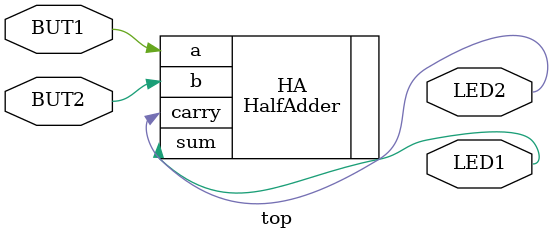
<source format=v>
`default_nettype none
module top(
	input BUT1,
	input BUT2,
	output LED1,
	output LED2
);

	HalfAdder HA(.a(BUT1),.b(BUT2),.sum(LED1),.carry(LED2));
	
endmodule

</source>
